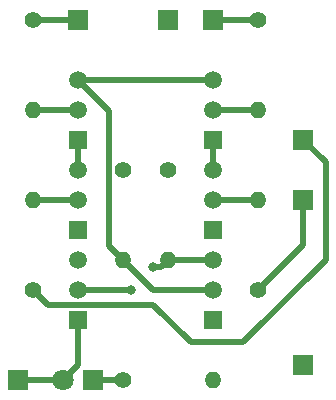
<source format=gbr>
%TF.GenerationSoftware,KiCad,Pcbnew,7.0.8*%
%TF.CreationDate,2023-11-03T11:40:39-07:00*%
%TF.ProjectId,bus_driver,6275735f-6472-4697-9665-722e6b696361,rev?*%
%TF.SameCoordinates,Original*%
%TF.FileFunction,Copper,L1,Top*%
%TF.FilePolarity,Positive*%
%FSLAX46Y46*%
G04 Gerber Fmt 4.6, Leading zero omitted, Abs format (unit mm)*
G04 Created by KiCad (PCBNEW 7.0.8) date 2023-11-03 11:40:39*
%MOMM*%
%LPD*%
G01*
G04 APERTURE LIST*
%TA.AperFunction,ComponentPad*%
%ADD10R,1.700000X1.700000*%
%TD*%
%TA.AperFunction,ComponentPad*%
%ADD11C,1.400000*%
%TD*%
%TA.AperFunction,ComponentPad*%
%ADD12O,1.400000X1.400000*%
%TD*%
%TA.AperFunction,ComponentPad*%
%ADD13R,1.500000X1.500000*%
%TD*%
%TA.AperFunction,ComponentPad*%
%ADD14C,1.500000*%
%TD*%
%TA.AperFunction,ComponentPad*%
%ADD15R,1.800000X1.800000*%
%TD*%
%TA.AperFunction,ComponentPad*%
%ADD16C,1.800000*%
%TD*%
%TA.AperFunction,ViaPad*%
%ADD17C,0.800000*%
%TD*%
%TA.AperFunction,Conductor*%
%ADD18C,0.500000*%
%TD*%
G04 APERTURE END LIST*
D10*
%TO.P,J2,1,Pin_1*%
%TO.N,Net-(J2-Pin_1)*%
X162560000Y-110490000D03*
%TD*%
%TO.P,J7,1,Pin_1*%
%TO.N,GND*%
X162560000Y-124460000D03*
%TD*%
D11*
%TO.P,R4,1*%
%TO.N,Net-(J3-Pin_1)*%
X158750000Y-95250000D03*
D12*
%TO.P,R4,2*%
%TO.N,Net-(Q4-B)*%
X158750000Y-102870000D03*
%TD*%
D11*
%TO.P,R2,1*%
%TO.N,+5V*%
X151130000Y-107950000D03*
D12*
%TO.P,R2,2*%
%TO.N,/PULL UP*%
X151130000Y-115570000D03*
%TD*%
D10*
%TO.P,J1,1,Pin_1*%
%TO.N,/BUS*%
X138430000Y-125730000D03*
%TD*%
D13*
%TO.P,Q5,1,E*%
%TO.N,Net-(Q5-E)*%
X143510000Y-105410000D03*
D14*
%TO.P,Q5,2,B*%
%TO.N,Net-(Q5-B)*%
X143510000Y-102870000D03*
%TO.P,Q5,3,C*%
%TO.N,/PULL_UP_BAR*%
X143510000Y-100330000D03*
%TD*%
D15*
%TO.P,D1,1,K*%
%TO.N,Net-(D1-K)*%
X144780000Y-125730000D03*
D16*
%TO.P,D1,2,A*%
%TO.N,/BUS*%
X142240000Y-125730000D03*
%TD*%
D10*
%TO.P,J4,1,Pin_1*%
%TO.N,Net-(J4-Pin_1)*%
X143510000Y-95250000D03*
%TD*%
D13*
%TO.P,Q1,1,E*%
%TO.N,/BUS*%
X143510000Y-120650000D03*
D14*
%TO.P,Q1,2,B*%
%TO.N,/PULL UP*%
X143510000Y-118110000D03*
%TO.P,Q1,3,C*%
%TO.N,+5V*%
X143510000Y-115570000D03*
%TD*%
D11*
%TO.P,R3,1*%
%TO.N,+5V*%
X147320000Y-107950000D03*
D12*
%TO.P,R3,2*%
%TO.N,/PULL_UP_BAR*%
X147320000Y-115570000D03*
%TD*%
D11*
%TO.P,R6,1*%
%TO.N,Net-(J4-Pin_1)*%
X139700000Y-95250000D03*
D12*
%TO.P,R6,2*%
%TO.N,Net-(Q5-B)*%
X139700000Y-102870000D03*
%TD*%
D11*
%TO.P,R7,1*%
%TO.N,Net-(J5-Pin_1)*%
X139700000Y-118110000D03*
D12*
%TO.P,R7,2*%
%TO.N,Net-(Q6-B)*%
X139700000Y-110490000D03*
%TD*%
D10*
%TO.P,J3,1,Pin_1*%
%TO.N,Net-(J3-Pin_1)*%
X154940000Y-95250000D03*
%TD*%
D11*
%TO.P,R5,1*%
%TO.N,Net-(J2-Pin_1)*%
X158750000Y-118110000D03*
D12*
%TO.P,R5,2*%
%TO.N,Net-(Q3-B)*%
X158750000Y-110490000D03*
%TD*%
D13*
%TO.P,Q4,1,E*%
%TO.N,Net-(Q3-C)*%
X154940000Y-105410000D03*
D14*
%TO.P,Q4,2,B*%
%TO.N,Net-(Q4-B)*%
X154940000Y-102870000D03*
%TO.P,Q4,3,C*%
%TO.N,/PULL_UP_BAR*%
X154940000Y-100330000D03*
%TD*%
D11*
%TO.P,R1,1*%
%TO.N,Net-(D1-K)*%
X147320000Y-125730000D03*
D12*
%TO.P,R1,2*%
%TO.N,GND*%
X154940000Y-125730000D03*
%TD*%
D10*
%TO.P,J5,1,Pin_1*%
%TO.N,Net-(J5-Pin_1)*%
X162560000Y-105410000D03*
%TD*%
D13*
%TO.P,Q6,1,E*%
%TO.N,GND*%
X143510000Y-113030000D03*
D14*
%TO.P,Q6,2,B*%
%TO.N,Net-(Q6-B)*%
X143510000Y-110490000D03*
%TO.P,Q6,3,C*%
%TO.N,Net-(Q5-E)*%
X143510000Y-107950000D03*
%TD*%
D13*
%TO.P,Q3,1,E*%
%TO.N,GND*%
X154940000Y-113030000D03*
D14*
%TO.P,Q3,2,B*%
%TO.N,Net-(Q3-B)*%
X154940000Y-110490000D03*
%TO.P,Q3,3,C*%
%TO.N,Net-(Q3-C)*%
X154940000Y-107950000D03*
%TD*%
D10*
%TO.P,J6,1,Pin_1*%
%TO.N,+5V*%
X151130000Y-95250000D03*
%TD*%
D13*
%TO.P,Q2,1,E*%
%TO.N,GND*%
X154940000Y-120650000D03*
D14*
%TO.P,Q2,2,B*%
%TO.N,/PULL_UP_BAR*%
X154940000Y-118110000D03*
%TO.P,Q2,3,C*%
%TO.N,/PULL UP*%
X154940000Y-115570000D03*
%TD*%
D17*
%TO.N,/PULL UP*%
X149860000Y-116205000D03*
X147955000Y-118110000D03*
%TD*%
D18*
%TO.N,Net-(Q5-E)*%
X143510000Y-107950000D02*
X143510000Y-105410000D01*
%TO.N,Net-(Q3-C)*%
X154940000Y-105410000D02*
X154940000Y-107950000D01*
%TO.N,Net-(J5-Pin_1)*%
X139700000Y-118110000D02*
X140970000Y-119380000D01*
X140970000Y-119380000D02*
X149860000Y-119380000D01*
X157480000Y-122555000D02*
X164465000Y-115570000D01*
X149860000Y-119380000D02*
X153035000Y-122555000D01*
X153035000Y-122555000D02*
X157480000Y-122555000D01*
X164465000Y-115570000D02*
X164465000Y-107315000D01*
X164465000Y-107315000D02*
X162560000Y-105410000D01*
%TO.N,Net-(D1-K)*%
X147320000Y-125730000D02*
X144780000Y-125730000D01*
%TO.N,/BUS*%
X143510000Y-120650000D02*
X143510000Y-124460000D01*
X143510000Y-124460000D02*
X142240000Y-125730000D01*
X142240000Y-125730000D02*
X138430000Y-125730000D01*
%TO.N,Net-(J2-Pin_1)*%
X162560000Y-114300000D02*
X162560000Y-110490000D01*
X158750000Y-118110000D02*
X162560000Y-114300000D01*
%TO.N,Net-(J3-Pin_1)*%
X154940000Y-95250000D02*
X158750000Y-95250000D01*
%TO.N,Net-(J4-Pin_1)*%
X143510000Y-95250000D02*
X139700000Y-95250000D01*
%TO.N,/PULL UP*%
X143510000Y-118110000D02*
X147955000Y-118110000D01*
X150495000Y-116205000D02*
X151130000Y-115570000D01*
X151130000Y-115570000D02*
X154940000Y-115570000D01*
X149860000Y-116205000D02*
X150495000Y-116205000D01*
%TO.N,/PULL_UP_BAR*%
X147320000Y-115570000D02*
X149860000Y-118110000D01*
X146170000Y-102990000D02*
X146170000Y-114420000D01*
X146170000Y-114420000D02*
X147320000Y-115570000D01*
X143510000Y-100330000D02*
X154940000Y-100330000D01*
X143510000Y-100330000D02*
X146170000Y-102990000D01*
X149860000Y-118110000D02*
X154940000Y-118110000D01*
%TO.N,Net-(Q3-B)*%
X154940000Y-110490000D02*
X158750000Y-110490000D01*
%TO.N,Net-(Q4-B)*%
X158750000Y-102870000D02*
X154940000Y-102870000D01*
%TO.N,Net-(Q5-B)*%
X143510000Y-102870000D02*
X139700000Y-102870000D01*
%TO.N,Net-(Q6-B)*%
X139700000Y-110490000D02*
X143510000Y-110490000D01*
%TD*%
M02*

</source>
